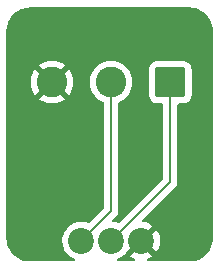
<source format=gbr>
%TF.GenerationSoftware,KiCad,Pcbnew,9.0.0*%
%TF.CreationDate,2025-03-24T14:35:23-05:00*%
%TF.ProjectId,DIIN-proyecto,4449494e-2d70-4726-9f79-6563746f2e6b,rev?*%
%TF.SameCoordinates,Original*%
%TF.FileFunction,Copper,L1,Top*%
%TF.FilePolarity,Positive*%
%FSLAX46Y46*%
G04 Gerber Fmt 4.6, Leading zero omitted, Abs format (unit mm)*
G04 Created by KiCad (PCBNEW 9.0.0) date 2025-03-24 14:35:23*
%MOMM*%
%LPD*%
G01*
G04 APERTURE LIST*
G04 Aperture macros list*
%AMRoundRect*
0 Rectangle with rounded corners*
0 $1 Rounding radius*
0 $2 $3 $4 $5 $6 $7 $8 $9 X,Y pos of 4 corners*
0 Add a 4 corners polygon primitive as box body*
4,1,4,$2,$3,$4,$5,$6,$7,$8,$9,$2,$3,0*
0 Add four circle primitives for the rounded corners*
1,1,$1+$1,$2,$3*
1,1,$1+$1,$4,$5*
1,1,$1+$1,$6,$7*
1,1,$1+$1,$8,$9*
0 Add four rect primitives between the rounded corners*
20,1,$1+$1,$2,$3,$4,$5,0*
20,1,$1+$1,$4,$5,$6,$7,0*
20,1,$1+$1,$6,$7,$8,$9,0*
20,1,$1+$1,$8,$9,$2,$3,0*%
G04 Aperture macros list end*
%TA.AperFunction,ComponentPad*%
%ADD10C,2.200000*%
%TD*%
%TA.AperFunction,ComponentPad*%
%ADD11RoundRect,0.250000X1.050000X1.050000X-1.050000X1.050000X-1.050000X-1.050000X1.050000X-1.050000X0*%
%TD*%
%TA.AperFunction,ComponentPad*%
%ADD12C,2.600000*%
%TD*%
%TA.AperFunction,Conductor*%
%ADD13C,0.200000*%
%TD*%
G04 APERTURE END LIST*
D10*
%TO.P,U7,1,VDD*%
%TO.N,+3.3V*%
X96375000Y-58760500D03*
%TO.P,U7,2,DATA*%
%TO.N,DHT*%
X93835000Y-58760500D03*
%TO.P,U7,4,GND*%
%TO.N,GND*%
X98915000Y-58760500D03*
%TD*%
D11*
%TO.P,J11,1,Pin_1*%
%TO.N,+3.3V*%
X101375000Y-45327500D03*
D12*
%TO.P,J11,2,Pin_2*%
%TO.N,DHT*%
X96375000Y-45327500D03*
%TO.P,J11,3,Pin_3*%
%TO.N,GND*%
X91375000Y-45327500D03*
%TD*%
D13*
%TO.N,DHT*%
X96375000Y-56220500D02*
X93835000Y-58760500D01*
X96375000Y-45327500D02*
X96375000Y-56220500D01*
%TO.N,+3.3V*%
X101375000Y-53760500D02*
X96375000Y-58760500D01*
X101375000Y-45327500D02*
X101375000Y-53760500D01*
%TD*%
%TA.AperFunction,Conductor*%
%TO.N,GND*%
G36*
X103004043Y-39000765D02*
G01*
X103252895Y-39017075D01*
X103268953Y-39019190D01*
X103476105Y-39060395D01*
X103509535Y-39067045D01*
X103525202Y-39071243D01*
X103694947Y-39128863D01*
X103757481Y-39150091D01*
X103772458Y-39156294D01*
X103981799Y-39259529D01*
X103992460Y-39264787D01*
X104006508Y-39272897D01*
X104210464Y-39409177D01*
X104223328Y-39419048D01*
X104407749Y-39580781D01*
X104419218Y-39592250D01*
X104580951Y-39776671D01*
X104590825Y-39789539D01*
X104727102Y-39993492D01*
X104735212Y-40007539D01*
X104843702Y-40227534D01*
X104849909Y-40242520D01*
X104928756Y-40474797D01*
X104932954Y-40490464D01*
X104980807Y-40731035D01*
X104982925Y-40747116D01*
X104999235Y-40995956D01*
X104999500Y-41004066D01*
X104999500Y-58495933D01*
X104999235Y-58504043D01*
X104982925Y-58752883D01*
X104980807Y-58768964D01*
X104932954Y-59009535D01*
X104928756Y-59025202D01*
X104849909Y-59257479D01*
X104843702Y-59272465D01*
X104735212Y-59492460D01*
X104727102Y-59506507D01*
X104590825Y-59710460D01*
X104580951Y-59723328D01*
X104419218Y-59907749D01*
X104407749Y-59919218D01*
X104223328Y-60080951D01*
X104210460Y-60090825D01*
X104006507Y-60227102D01*
X103992460Y-60235212D01*
X103772465Y-60343702D01*
X103757479Y-60349909D01*
X103525202Y-60428756D01*
X103509535Y-60432954D01*
X103268964Y-60480807D01*
X103252883Y-60482925D01*
X103004043Y-60499235D01*
X102995933Y-60499500D01*
X99523527Y-60499500D01*
X99456488Y-60479815D01*
X99410733Y-60427011D01*
X99400789Y-60357853D01*
X99429814Y-60294297D01*
X99485209Y-60257569D01*
X99529184Y-60243280D01*
X99753575Y-60128946D01*
X99753581Y-60128942D01*
X99855697Y-60054750D01*
X99855698Y-60054750D01*
X99085234Y-59284287D01*
X99127292Y-59273018D01*
X99252708Y-59200610D01*
X99355110Y-59098208D01*
X99427518Y-58972792D01*
X99438787Y-58930735D01*
X100209250Y-59701198D01*
X100209250Y-59701197D01*
X100283442Y-59599081D01*
X100283446Y-59599075D01*
X100397780Y-59374684D01*
X100475602Y-59135169D01*
X100515000Y-58886428D01*
X100515000Y-58634571D01*
X100475602Y-58385830D01*
X100397780Y-58146315D01*
X100283442Y-57921916D01*
X100209250Y-57819801D01*
X100209250Y-57819800D01*
X99438787Y-58590264D01*
X99427518Y-58548208D01*
X99355110Y-58422792D01*
X99252708Y-58320390D01*
X99127292Y-58247982D01*
X99085233Y-58236712D01*
X99855698Y-57466248D01*
X99753583Y-57392057D01*
X99529184Y-57277719D01*
X99289669Y-57199897D01*
X99094228Y-57168942D01*
X99031093Y-57139013D01*
X98994162Y-57079701D01*
X98995160Y-57009839D01*
X99025943Y-56958790D01*
X101743713Y-54241021D01*
X101743716Y-54241020D01*
X101855520Y-54129216D01*
X101905639Y-54042404D01*
X101934577Y-53992285D01*
X101975501Y-53839557D01*
X101975501Y-53681443D01*
X101975501Y-53673848D01*
X101975500Y-53673830D01*
X101975500Y-47251999D01*
X101995185Y-47184960D01*
X102047989Y-47139205D01*
X102099500Y-47127999D01*
X102475002Y-47127999D01*
X102475008Y-47127999D01*
X102577797Y-47117499D01*
X102744334Y-47062314D01*
X102893656Y-46970212D01*
X103017712Y-46846156D01*
X103109814Y-46696834D01*
X103164999Y-46530297D01*
X103175500Y-46427509D01*
X103175499Y-44227492D01*
X103164999Y-44124703D01*
X103109814Y-43958166D01*
X103017712Y-43808844D01*
X102893656Y-43684788D01*
X102744334Y-43592686D01*
X102577797Y-43537501D01*
X102577795Y-43537500D01*
X102475010Y-43527000D01*
X100274998Y-43527000D01*
X100274981Y-43527001D01*
X100172203Y-43537500D01*
X100172200Y-43537501D01*
X100005668Y-43592685D01*
X100005663Y-43592687D01*
X99856342Y-43684789D01*
X99732289Y-43808842D01*
X99640187Y-43958163D01*
X99640185Y-43958168D01*
X99635962Y-43970912D01*
X99585001Y-44124703D01*
X99585001Y-44124704D01*
X99585000Y-44124704D01*
X99574500Y-44227483D01*
X99574500Y-46427501D01*
X99574501Y-46427518D01*
X99585000Y-46530296D01*
X99585001Y-46530299D01*
X99635962Y-46684087D01*
X99640186Y-46696834D01*
X99732288Y-46846156D01*
X99856344Y-46970212D01*
X100005666Y-47062314D01*
X100172203Y-47117499D01*
X100274991Y-47128000D01*
X100650500Y-47127999D01*
X100717539Y-47147683D01*
X100763294Y-47200487D01*
X100774500Y-47251999D01*
X100774500Y-53460402D01*
X100754815Y-53527441D01*
X100738181Y-53548083D01*
X97057923Y-57228340D01*
X96996600Y-57261825D01*
X96931924Y-57258590D01*
X96749787Y-57199410D01*
X96554665Y-57168505D01*
X96491530Y-57138576D01*
X96454599Y-57079264D01*
X96455597Y-57009401D01*
X96486379Y-56958354D01*
X96733506Y-56711227D01*
X96733511Y-56711224D01*
X96743714Y-56701020D01*
X96743716Y-56701020D01*
X96855520Y-56589216D01*
X96934577Y-56452284D01*
X96975500Y-56299557D01*
X96975500Y-47110465D01*
X96995185Y-47043426D01*
X97047989Y-46997671D01*
X97052048Y-46995904D01*
X97173037Y-46945789D01*
X97173037Y-46945788D01*
X97173049Y-46945784D01*
X97377450Y-46827773D01*
X97564699Y-46684092D01*
X97731592Y-46517199D01*
X97875273Y-46329950D01*
X97993284Y-46125549D01*
X98083606Y-45907493D01*
X98144693Y-45679514D01*
X98175500Y-45445511D01*
X98175500Y-45209489D01*
X98144693Y-44975486D01*
X98083606Y-44747507D01*
X97993284Y-44529451D01*
X97993282Y-44529448D01*
X97993280Y-44529443D01*
X97951118Y-44456418D01*
X97875273Y-44325050D01*
X97731592Y-44137801D01*
X97731587Y-44137795D01*
X97564704Y-43970912D01*
X97564697Y-43970906D01*
X97377454Y-43827230D01*
X97377453Y-43827229D01*
X97377450Y-43827227D01*
X97295957Y-43780177D01*
X97173056Y-43709219D01*
X97173045Y-43709214D01*
X96954993Y-43618894D01*
X96727010Y-43557806D01*
X96493020Y-43527001D01*
X96493017Y-43527000D01*
X96493011Y-43527000D01*
X96256989Y-43527000D01*
X96256983Y-43527000D01*
X96256979Y-43527001D01*
X96022989Y-43557806D01*
X95795006Y-43618894D01*
X95576954Y-43709214D01*
X95576943Y-43709219D01*
X95372545Y-43827230D01*
X95185302Y-43970906D01*
X95185295Y-43970912D01*
X95018412Y-44137795D01*
X95018406Y-44137802D01*
X94874730Y-44325045D01*
X94874727Y-44325049D01*
X94874727Y-44325050D01*
X94867014Y-44338409D01*
X94756719Y-44529443D01*
X94756714Y-44529454D01*
X94666394Y-44747506D01*
X94605306Y-44975489D01*
X94574501Y-45209479D01*
X94574500Y-45209495D01*
X94574500Y-45445504D01*
X94574501Y-45445520D01*
X94605306Y-45679510D01*
X94666394Y-45907493D01*
X94756714Y-46125545D01*
X94756719Y-46125556D01*
X94827677Y-46248457D01*
X94874727Y-46329950D01*
X94874729Y-46329953D01*
X94874730Y-46329954D01*
X95018406Y-46517197D01*
X95018412Y-46517204D01*
X95185295Y-46684087D01*
X95185302Y-46684093D01*
X95295306Y-46768501D01*
X95372550Y-46827773D01*
X95576951Y-46945784D01*
X95576956Y-46945786D01*
X95576962Y-46945789D01*
X95697952Y-46995904D01*
X95752356Y-47039744D01*
X95774421Y-47106038D01*
X95774500Y-47110465D01*
X95774500Y-55920402D01*
X95754815Y-55987441D01*
X95738181Y-56008083D01*
X94517923Y-57228340D01*
X94456600Y-57261825D01*
X94391924Y-57258590D01*
X94209787Y-57199410D01*
X94014660Y-57168505D01*
X93960962Y-57160000D01*
X93709038Y-57160000D01*
X93652581Y-57168942D01*
X93460214Y-57199410D01*
X93220616Y-57277260D01*
X92996151Y-57391632D01*
X92792350Y-57539701D01*
X92792345Y-57539705D01*
X92614205Y-57717845D01*
X92614201Y-57717850D01*
X92466132Y-57921651D01*
X92351760Y-58146116D01*
X92273910Y-58385714D01*
X92248173Y-58548208D01*
X92234500Y-58634538D01*
X92234500Y-58886462D01*
X92253993Y-59009535D01*
X92273910Y-59135285D01*
X92351760Y-59374883D01*
X92411669Y-59492460D01*
X92465995Y-59599081D01*
X92466132Y-59599348D01*
X92614201Y-59803149D01*
X92614205Y-59803154D01*
X92792345Y-59981294D01*
X92792350Y-59981298D01*
X92893449Y-60054750D01*
X92996155Y-60129370D01*
X93220621Y-60243741D01*
X93263180Y-60257569D01*
X93320856Y-60297007D01*
X93348054Y-60361365D01*
X93336139Y-60430212D01*
X93288895Y-60481687D01*
X93224862Y-60499500D01*
X89504067Y-60499500D01*
X89495957Y-60499235D01*
X89247116Y-60482925D01*
X89231035Y-60480807D01*
X88990464Y-60432954D01*
X88974797Y-60428756D01*
X88742520Y-60349909D01*
X88727534Y-60343702D01*
X88507539Y-60235212D01*
X88493492Y-60227102D01*
X88289539Y-60090825D01*
X88276671Y-60080951D01*
X88092250Y-59919218D01*
X88080781Y-59907749D01*
X87989049Y-59803149D01*
X87919045Y-59723325D01*
X87909174Y-59710460D01*
X87902985Y-59701198D01*
X87772897Y-59506507D01*
X87764787Y-59492460D01*
X87656570Y-59273018D01*
X87656294Y-59272458D01*
X87650090Y-59257479D01*
X87571243Y-59025202D01*
X87567045Y-59009535D01*
X87542564Y-58886461D01*
X87519190Y-58768953D01*
X87517075Y-58752895D01*
X87500765Y-58504043D01*
X87500500Y-58495933D01*
X87500500Y-45209514D01*
X89575000Y-45209514D01*
X89575000Y-45445485D01*
X89605799Y-45679414D01*
X89666870Y-45907337D01*
X89757160Y-46125319D01*
X89757165Y-46125328D01*
X89875144Y-46329671D01*
X89875145Y-46329672D01*
X89937721Y-46411223D01*
X90773958Y-45574987D01*
X90798978Y-45635390D01*
X90870112Y-45741851D01*
X90960649Y-45832388D01*
X91067110Y-45903522D01*
X91127511Y-45928541D01*
X90291275Y-46764777D01*
X90372827Y-46827354D01*
X90372828Y-46827355D01*
X90577171Y-46945334D01*
X90577180Y-46945339D01*
X90795163Y-47035629D01*
X90795161Y-47035629D01*
X91023085Y-47096700D01*
X91257014Y-47127499D01*
X91257029Y-47127500D01*
X91492971Y-47127500D01*
X91492985Y-47127499D01*
X91726914Y-47096700D01*
X91954837Y-47035629D01*
X92172819Y-46945339D01*
X92172828Y-46945334D01*
X92377181Y-46827350D01*
X92458723Y-46764779D01*
X92458723Y-46764776D01*
X91622487Y-45928541D01*
X91682890Y-45903522D01*
X91789351Y-45832388D01*
X91879888Y-45741851D01*
X91951022Y-45635390D01*
X91976041Y-45574988D01*
X92812276Y-46411223D01*
X92812279Y-46411223D01*
X92874850Y-46329681D01*
X92992834Y-46125328D01*
X92992839Y-46125319D01*
X93083129Y-45907337D01*
X93144200Y-45679414D01*
X93174999Y-45445485D01*
X93175000Y-45445471D01*
X93175000Y-45209528D01*
X93174999Y-45209514D01*
X93144200Y-44975585D01*
X93083129Y-44747662D01*
X92992839Y-44529680D01*
X92992834Y-44529671D01*
X92874855Y-44325328D01*
X92874854Y-44325327D01*
X92812277Y-44243775D01*
X91976041Y-45080011D01*
X91951022Y-45019610D01*
X91879888Y-44913149D01*
X91789351Y-44822612D01*
X91682890Y-44751478D01*
X91622488Y-44726458D01*
X92458723Y-43890221D01*
X92377172Y-43827645D01*
X92377171Y-43827644D01*
X92172828Y-43709665D01*
X92172819Y-43709660D01*
X91954836Y-43619370D01*
X91954838Y-43619370D01*
X91726914Y-43558299D01*
X91492985Y-43527500D01*
X91257014Y-43527500D01*
X91023085Y-43558299D01*
X90795162Y-43619370D01*
X90577180Y-43709660D01*
X90577171Y-43709665D01*
X90372828Y-43827644D01*
X90372818Y-43827650D01*
X90291275Y-43890220D01*
X90291275Y-43890221D01*
X91127512Y-44726458D01*
X91067110Y-44751478D01*
X90960649Y-44822612D01*
X90870112Y-44913149D01*
X90798978Y-45019610D01*
X90773958Y-45080011D01*
X89937721Y-44243775D01*
X89937720Y-44243775D01*
X89875150Y-44325318D01*
X89875144Y-44325328D01*
X89757165Y-44529671D01*
X89757160Y-44529680D01*
X89666870Y-44747662D01*
X89605799Y-44975585D01*
X89575000Y-45209514D01*
X87500500Y-45209514D01*
X87500500Y-41004066D01*
X87500765Y-40995956D01*
X87504819Y-40934108D01*
X87517075Y-40747102D01*
X87519190Y-40731048D01*
X87567045Y-40490462D01*
X87571243Y-40474797D01*
X87594337Y-40406762D01*
X87650093Y-40242512D01*
X87656291Y-40227547D01*
X87764790Y-40007533D01*
X87772893Y-39993498D01*
X87909182Y-39789527D01*
X87919039Y-39776681D01*
X88080786Y-39592244D01*
X88092244Y-39580786D01*
X88276681Y-39419039D01*
X88289527Y-39409182D01*
X88493498Y-39272893D01*
X88507533Y-39264790D01*
X88727547Y-39156291D01*
X88742512Y-39150093D01*
X88906762Y-39094337D01*
X88974797Y-39071243D01*
X88990464Y-39067045D01*
X89231048Y-39019190D01*
X89247102Y-39017075D01*
X89495957Y-39000765D01*
X89504067Y-39000500D01*
X89565892Y-39000500D01*
X102934108Y-39000500D01*
X102995933Y-39000500D01*
X103004043Y-39000765D01*
G37*
%TD.AperFunction*%
%TA.AperFunction,Conductor*%
G36*
X98402482Y-58972792D02*
G01*
X98474890Y-59098208D01*
X98577292Y-59200610D01*
X98702708Y-59273018D01*
X98744765Y-59284287D01*
X97974300Y-60054750D01*
X98076416Y-60128942D01*
X98300815Y-60243280D01*
X98344791Y-60257569D01*
X98402467Y-60297006D01*
X98429665Y-60361365D01*
X98417750Y-60430211D01*
X98370506Y-60481687D01*
X98306473Y-60499500D01*
X96985138Y-60499500D01*
X96918099Y-60479815D01*
X96872344Y-60427011D01*
X96862400Y-60357853D01*
X96891425Y-60294297D01*
X96946819Y-60257569D01*
X96989379Y-60243741D01*
X97213845Y-60129370D01*
X97417656Y-59981293D01*
X97595793Y-59803156D01*
X97743870Y-59599345D01*
X97757051Y-59573475D01*
X97779851Y-59542094D01*
X98391212Y-58930733D01*
X98402482Y-58972792D01*
G37*
%TD.AperFunction*%
%TD*%
M02*

</source>
